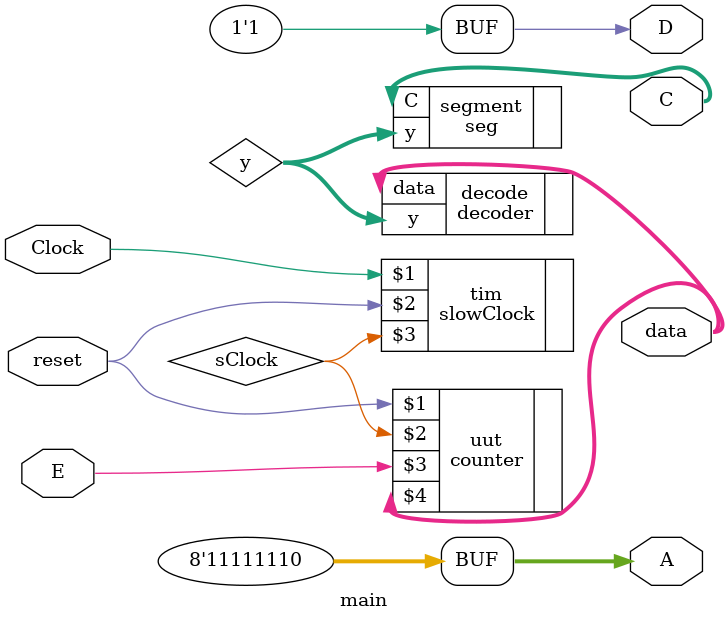
<source format=v>
`timescale 1ns / 1ps

module main(Clock, reset, E, A, D, C, data);
input Clock=0;
input reset;

input E;
output reg[7:0] A = 8'b11111110;
output reg D = 1'b1;
output [6:0] C;
wire sClock;
output [2:0]data;
wire[7:0] y;

slowClock tim(Clock, reset, sClock); 
counter uut(reset,sClock, E, data);
decoder decode(.data(data), .y(y)); //0 being decoded
seg segment(.y(y), .C(C));//0 here

endmodule

</source>
